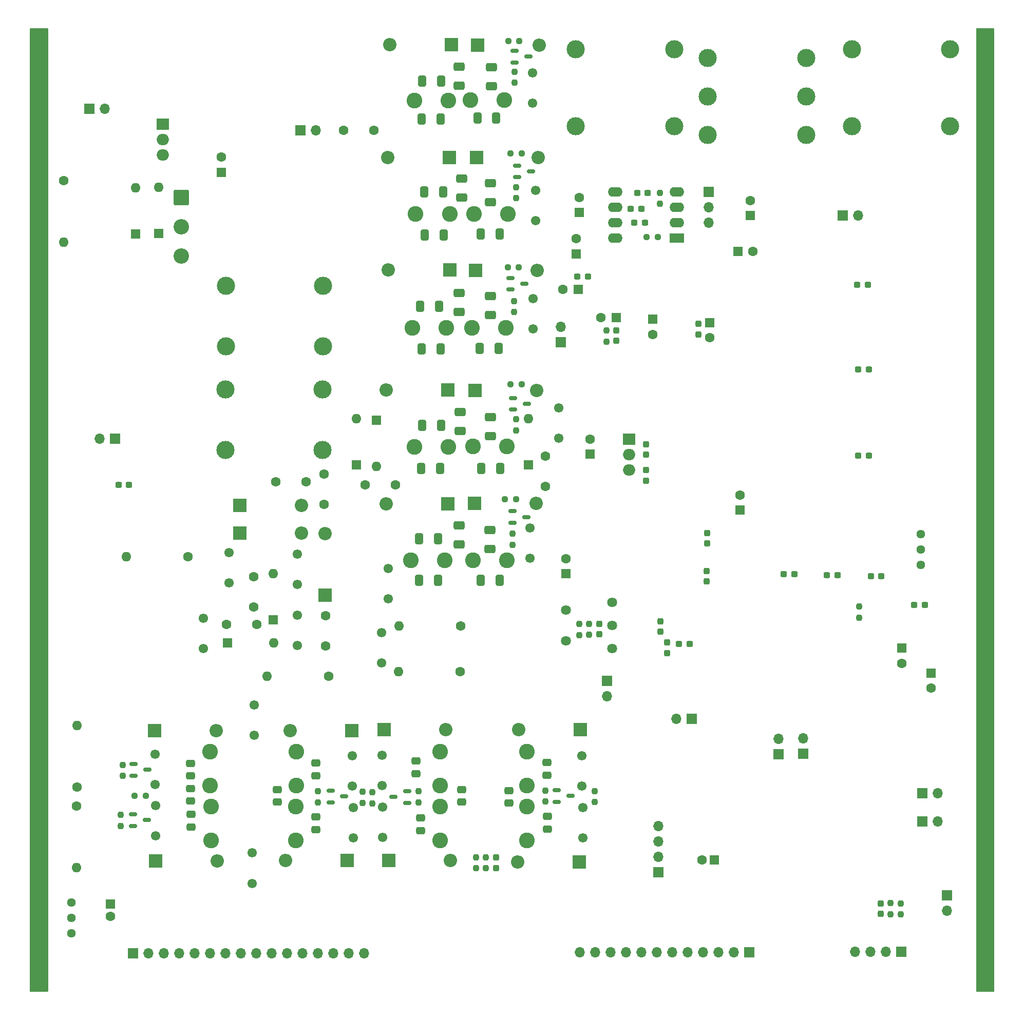
<source format=gbs>
G04 #@! TF.GenerationSoftware,KiCad,Pcbnew,7.0.10*
G04 #@! TF.CreationDate,2025-01-18T09:55:55-08:00*
G04 #@! TF.ProjectId,fieldRadio_1.1,6669656c-6452-4616-9469-6f5f312e312e,rev?*
G04 #@! TF.SameCoordinates,Original*
G04 #@! TF.FileFunction,Soldermask,Bot*
G04 #@! TF.FilePolarity,Negative*
%FSLAX46Y46*%
G04 Gerber Fmt 4.6, Leading zero omitted, Abs format (unit mm)*
G04 Created by KiCad (PCBNEW 7.0.10) date 2025-01-18 09:55:55*
%MOMM*%
%LPD*%
G01*
G04 APERTURE LIST*
G04 Aperture macros list*
%AMRoundRect*
0 Rectangle with rounded corners*
0 $1 Rounding radius*
0 $2 $3 $4 $5 $6 $7 $8 $9 X,Y pos of 4 corners*
0 Add a 4 corners polygon primitive as box body*
4,1,4,$2,$3,$4,$5,$6,$7,$8,$9,$2,$3,0*
0 Add four circle primitives for the rounded corners*
1,1,$1+$1,$2,$3*
1,1,$1+$1,$4,$5*
1,1,$1+$1,$6,$7*
1,1,$1+$1,$8,$9*
0 Add four rect primitives between the rounded corners*
20,1,$1+$1,$2,$3,$4,$5,0*
20,1,$1+$1,$4,$5,$6,$7,0*
20,1,$1+$1,$6,$7,$8,$9,0*
20,1,$1+$1,$8,$9,$2,$3,0*%
G04 Aperture macros list end*
%ADD10R,2.200000X2.200000*%
%ADD11O,2.200000X2.200000*%
%ADD12C,1.600000*%
%ADD13C,1.550000*%
%ADD14R,2.000000X1.905000*%
%ADD15O,2.000000X1.905000*%
%ADD16R,1.600000X1.600000*%
%ADD17C,2.600000*%
%ADD18R,1.700000X1.700000*%
%ADD19O,1.700000X1.700000*%
%ADD20C,3.000000*%
%ADD21O,1.600000X1.600000*%
%ADD22C,1.440000*%
%ADD23R,2.400000X1.600000*%
%ADD24O,2.400000X1.600000*%
%ADD25RoundRect,0.249999X-1.025001X1.025001X-1.025001X-1.025001X1.025001X-1.025001X1.025001X1.025001X0*%
%ADD26C,2.550000*%
%ADD27C,1.627000*%
%ADD28RoundRect,0.250000X0.650000X-0.412500X0.650000X0.412500X-0.650000X0.412500X-0.650000X-0.412500X0*%
%ADD29RoundRect,0.237500X0.237500X-0.250000X0.237500X0.250000X-0.237500X0.250000X-0.237500X-0.250000X0*%
%ADD30RoundRect,0.250000X-0.412500X-0.650000X0.412500X-0.650000X0.412500X0.650000X-0.412500X0.650000X0*%
%ADD31RoundRect,0.237500X-0.300000X-0.237500X0.300000X-0.237500X0.300000X0.237500X-0.300000X0.237500X0*%
%ADD32RoundRect,0.250000X0.475000X-0.337500X0.475000X0.337500X-0.475000X0.337500X-0.475000X-0.337500X0*%
%ADD33RoundRect,0.237500X0.300000X0.237500X-0.300000X0.237500X-0.300000X-0.237500X0.300000X-0.237500X0*%
%ADD34RoundRect,0.237500X0.250000X0.237500X-0.250000X0.237500X-0.250000X-0.237500X0.250000X-0.237500X0*%
%ADD35RoundRect,0.237500X-0.237500X0.250000X-0.237500X-0.250000X0.237500X-0.250000X0.237500X0.250000X0*%
%ADD36RoundRect,0.237500X0.237500X-0.300000X0.237500X0.300000X-0.237500X0.300000X-0.237500X-0.300000X0*%
%ADD37RoundRect,0.150000X-0.512500X-0.150000X0.512500X-0.150000X0.512500X0.150000X-0.512500X0.150000X0*%
%ADD38RoundRect,0.237500X-0.237500X0.300000X-0.237500X-0.300000X0.237500X-0.300000X0.237500X0.300000X0*%
%ADD39RoundRect,0.150000X0.512500X0.150000X-0.512500X0.150000X-0.512500X-0.150000X0.512500X-0.150000X0*%
G04 APERTURE END LIST*
D10*
X162830000Y-209557635D03*
D11*
X152670000Y-209557635D03*
D12*
X104640000Y-170420000D03*
X109640000Y-170420000D03*
D13*
X92875000Y-196807635D03*
X92875000Y-191807635D03*
X125575000Y-200600000D03*
X125575000Y-205600000D03*
D14*
X94185000Y-87870000D03*
D15*
X94185000Y-90410000D03*
X94185000Y-92950000D03*
D16*
X185065112Y-209240000D03*
D12*
X183065112Y-209240000D03*
D16*
X220820000Y-178404888D03*
D12*
X220820000Y-180904888D03*
D16*
X168902380Y-119780000D03*
D12*
X166402380Y-119780000D03*
D10*
X124555000Y-209357635D03*
D11*
X114395000Y-209357635D03*
D17*
X139850000Y-196982635D03*
X139850000Y-191382635D03*
D18*
X223480000Y-215055000D03*
D19*
X223480000Y-217595000D03*
D12*
X112770000Y-146890000D03*
X117770000Y-146890000D03*
D18*
X86295000Y-139760000D03*
D19*
X83755000Y-139760000D03*
D13*
X125425000Y-197057635D03*
X125425000Y-192057635D03*
D12*
X123940000Y-88890000D03*
X128940000Y-88890000D03*
D17*
X154225000Y-200432635D03*
X154225000Y-206032635D03*
D20*
X162250000Y-75475000D03*
X178480000Y-75475000D03*
X162250000Y-88175000D03*
X178480000Y-88175000D03*
X120545000Y-114510000D03*
X104545000Y-114510000D03*
X120545000Y-124510000D03*
X104545000Y-124510000D03*
D17*
X139850000Y-200432635D03*
X139850000Y-206032635D03*
D18*
X195690000Y-191790000D03*
D19*
X195690000Y-189250000D03*
D13*
X163450000Y-200632635D03*
X163450000Y-205632635D03*
X116390000Y-173880000D03*
X116390000Y-168880000D03*
D12*
X127520000Y-147375000D03*
X132520000Y-147375000D03*
D16*
X191050000Y-102942379D03*
D12*
X191050000Y-100442379D03*
D16*
X188967621Y-108840000D03*
D12*
X191467621Y-108840000D03*
D17*
X135050000Y-159770000D03*
X140650000Y-159770000D03*
D12*
X157220000Y-142625000D03*
X157220000Y-147625000D03*
D17*
X101975000Y-197007635D03*
X101975000Y-191407635D03*
D10*
X145890000Y-93325000D03*
D11*
X156050000Y-93325000D03*
D13*
X130270000Y-176775000D03*
X130270000Y-171775000D03*
D18*
X89270000Y-224670000D03*
D19*
X91810000Y-224670000D03*
X94350000Y-224670000D03*
X96890000Y-224670000D03*
X99430000Y-224670000D03*
X101970000Y-224670000D03*
X104510000Y-224670000D03*
X107050000Y-224670000D03*
X109590000Y-224670000D03*
X112130000Y-224670000D03*
X114670000Y-224670000D03*
X117210000Y-224670000D03*
X119750000Y-224670000D03*
X122290000Y-224670000D03*
X124830000Y-224670000D03*
X127370000Y-224670000D03*
D17*
X102125000Y-200407635D03*
X102125000Y-206007635D03*
D18*
X206235000Y-102930000D03*
D19*
X208775000Y-102930000D03*
D10*
X141200000Y-131675000D03*
D11*
X131040000Y-131675000D03*
D17*
X135310000Y-121420000D03*
X140910000Y-121420000D03*
D16*
X103780000Y-95771395D03*
D12*
X103780000Y-93271395D03*
D16*
X154420000Y-144025000D03*
D21*
X154420000Y-136405000D03*
D20*
X207755000Y-75465000D03*
X223985000Y-75465000D03*
X207755000Y-88165000D03*
X223985000Y-88165000D03*
D16*
X162320000Y-109260000D03*
D12*
X162320000Y-106760000D03*
D17*
X144890000Y-83840000D03*
X150490000Y-83840000D03*
D13*
X100830000Y-174400000D03*
X100830000Y-169400000D03*
X155180000Y-121640000D03*
X155180000Y-116640000D03*
D10*
X141770000Y-74725000D03*
D11*
X131610000Y-74725000D03*
D17*
X145440000Y-102640000D03*
X151040000Y-102640000D03*
D16*
X104860000Y-173450000D03*
D21*
X112480000Y-173450000D03*
D13*
X155640000Y-103740000D03*
X155640000Y-98740000D03*
X130300000Y-197007635D03*
X130300000Y-192007635D03*
D14*
X171050000Y-139870000D03*
D15*
X171050000Y-142410000D03*
X171050000Y-144950000D03*
D22*
X79070000Y-216270000D03*
X79070000Y-218810000D03*
X79070000Y-221350000D03*
D10*
X162980000Y-187732635D03*
D11*
X152820000Y-187732635D03*
D17*
X154200000Y-196982635D03*
X154200000Y-191382635D03*
X145270000Y-159820000D03*
X150870000Y-159820000D03*
D18*
X181395000Y-185960000D03*
D19*
X178855000Y-185960000D03*
D23*
X178920000Y-106680000D03*
D24*
X178920000Y-104140000D03*
X178920000Y-101600000D03*
X178920000Y-99060000D03*
X168760000Y-99060000D03*
X168760000Y-101600000D03*
X168760000Y-104140000D03*
X168760000Y-106680000D03*
D10*
X92845000Y-187957635D03*
D11*
X103005000Y-187957635D03*
D25*
X97250000Y-99975000D03*
D26*
X97250000Y-104775000D03*
X97250000Y-109575000D03*
D17*
X145290000Y-141040000D03*
X150890000Y-141040000D03*
D16*
X189340000Y-151550000D03*
D12*
X189340000Y-149050000D03*
D17*
X135620000Y-83920000D03*
X141220000Y-83920000D03*
D12*
X121050000Y-168930000D03*
X121050000Y-173930000D03*
D16*
X89690000Y-105920000D03*
D21*
X89690000Y-98300000D03*
D10*
X131445000Y-209357635D03*
D11*
X141605000Y-209357635D03*
D16*
X162830000Y-102410000D03*
D12*
X162830000Y-99910000D03*
D13*
X131370000Y-166175000D03*
X131370000Y-161175000D03*
D10*
X106850000Y-155360000D03*
D11*
X117010000Y-155360000D03*
D10*
X141500000Y-111925000D03*
D11*
X131340000Y-111925000D03*
D13*
X108900000Y-213107635D03*
X108900000Y-208107635D03*
X116380000Y-158812365D03*
X116380000Y-163812365D03*
D16*
X85500000Y-216544887D03*
D12*
X85500000Y-218544887D03*
D10*
X141450000Y-93325000D03*
D11*
X131290000Y-93325000D03*
D16*
X129400000Y-136720000D03*
D21*
X129400000Y-144340000D03*
D18*
X167440000Y-179670000D03*
D19*
X167440000Y-182210000D03*
D18*
X215920000Y-224390000D03*
D19*
X213380000Y-224390000D03*
X210840000Y-224390000D03*
X208300000Y-224390000D03*
D10*
X146070000Y-74775000D03*
D11*
X156230000Y-74775000D03*
D13*
X130400000Y-200500000D03*
X130400000Y-205500000D03*
D16*
X215995000Y-174297387D03*
D12*
X215995000Y-176797387D03*
D18*
X190895000Y-224470000D03*
D19*
X188355000Y-224470000D03*
X185815000Y-224470000D03*
X183275000Y-224470000D03*
X180735000Y-224470000D03*
X178195000Y-224470000D03*
X175655000Y-224470000D03*
X173115000Y-224470000D03*
X170575000Y-224470000D03*
X168035000Y-224470000D03*
X165495000Y-224470000D03*
X162955000Y-224470000D03*
D18*
X184180000Y-98980000D03*
D19*
X184180000Y-101520000D03*
X184180000Y-104060000D03*
D12*
X121550000Y-178960000D03*
D21*
X111390000Y-178960000D03*
D16*
X164595000Y-142310000D03*
D12*
X164595000Y-139810000D03*
D10*
X145560000Y-150425000D03*
D11*
X155720000Y-150425000D03*
D18*
X175850000Y-211320000D03*
D19*
X175850000Y-208780000D03*
X175850000Y-206240000D03*
X175850000Y-203700000D03*
D13*
X109200000Y-183657635D03*
X109200000Y-188657635D03*
X105130000Y-163550000D03*
X105130000Y-158550000D03*
D17*
X145160000Y-121425000D03*
X150760000Y-121425000D03*
D16*
X174960000Y-120057620D03*
D12*
X174960000Y-122557620D03*
D17*
X135630000Y-141140000D03*
X141230000Y-141140000D03*
D18*
X159790000Y-123785000D03*
D19*
X159790000Y-121245000D03*
D10*
X125325000Y-187957635D03*
D11*
X115165000Y-187957635D03*
D12*
X77870000Y-97190000D03*
D21*
X77870000Y-107350000D03*
D17*
X135860000Y-102640000D03*
X141460000Y-102640000D03*
D22*
X219150000Y-160607500D03*
X219150000Y-158067500D03*
X219150000Y-155527500D03*
D13*
X159430000Y-139660000D03*
X159430000Y-134660000D03*
D10*
X92945000Y-209457635D03*
D11*
X103105000Y-209457635D03*
D18*
X82040000Y-85320000D03*
D19*
X84580000Y-85320000D03*
D17*
X116175000Y-197007635D03*
X116175000Y-191407635D03*
D12*
X120720000Y-145590000D03*
X120720000Y-150590000D03*
D16*
X160640000Y-162032380D03*
D12*
X160640000Y-159532380D03*
D10*
X145720000Y-111975000D03*
D11*
X155880000Y-111975000D03*
D10*
X130645000Y-187757635D03*
D11*
X140805000Y-187757635D03*
D10*
X120930000Y-165570000D03*
D11*
X120930000Y-155410000D03*
D18*
X199790000Y-191720000D03*
D19*
X199790000Y-189180000D03*
D16*
X162630000Y-115080000D03*
D12*
X160130000Y-115080000D03*
D13*
X93000000Y-200275000D03*
X93000000Y-205275000D03*
D12*
X80020000Y-197210000D03*
D21*
X80020000Y-187050000D03*
D12*
X109180000Y-167530000D03*
X109180000Y-162530000D03*
X98330000Y-159220000D03*
D21*
X88170000Y-159220000D03*
D10*
X145640000Y-131775000D03*
D11*
X155800000Y-131775000D03*
D20*
X184015000Y-83255000D03*
X200245000Y-83255000D03*
X184015000Y-76905000D03*
X200245000Y-76905000D03*
X184015000Y-89605000D03*
X200245000Y-89605000D03*
D13*
X154740000Y-159475000D03*
X154740000Y-154475000D03*
D18*
X219425000Y-198240000D03*
D19*
X221965000Y-198240000D03*
D12*
X143210000Y-178180000D03*
D21*
X133050000Y-178180000D03*
D16*
X126100000Y-144050000D03*
D21*
X126100000Y-136430000D03*
D12*
X143240000Y-170630000D03*
D21*
X133080000Y-170630000D03*
D20*
X120470000Y-131610000D03*
X104470000Y-131610000D03*
X120470000Y-141610000D03*
X104470000Y-141610000D03*
D12*
X79950000Y-200380000D03*
D21*
X79950000Y-210540000D03*
D27*
X160610000Y-168000000D03*
X160610000Y-173080000D03*
X168230000Y-166730000D03*
X168230000Y-170540000D03*
X168230000Y-174350000D03*
D16*
X93520000Y-105850000D03*
D21*
X93520000Y-98230000D03*
D17*
X116125000Y-200457635D03*
X116125000Y-206057635D03*
D13*
X155170000Y-84375000D03*
X155170000Y-79375000D03*
D16*
X112350000Y-169660000D03*
D21*
X112350000Y-162040000D03*
D13*
X163250000Y-197057635D03*
X163250000Y-192057635D03*
D10*
X141120000Y-150475000D03*
D11*
X130960000Y-150475000D03*
D18*
X219425000Y-202900000D03*
D19*
X221965000Y-202900000D03*
D18*
X116865000Y-88830000D03*
D19*
X119405000Y-88830000D03*
D10*
X106840000Y-150750000D03*
D11*
X117000000Y-150750000D03*
D16*
X184380000Y-120600000D03*
D12*
X184380000Y-123100000D03*
D28*
X143000000Y-157182500D03*
X143000000Y-154057500D03*
D29*
X152400000Y-138372500D03*
X152400000Y-136547500D03*
D30*
X146597500Y-163100000D03*
X149722500Y-163100000D03*
D31*
X218057500Y-167137442D03*
X219782500Y-167137442D03*
D32*
X157550000Y-204145135D03*
X157550000Y-202070135D03*
D33*
X174132500Y-99180000D03*
X172407500Y-99180000D03*
D31*
X208822500Y-128320000D03*
X210547500Y-128320000D03*
D34*
X153332500Y-92710000D03*
X151507500Y-92710000D03*
D29*
X214125000Y-218227500D03*
X214125000Y-216402500D03*
D35*
X176120000Y-99167500D03*
X176120000Y-100992500D03*
D32*
X119425000Y-195345135D03*
X119425000Y-193270135D03*
D30*
X137247500Y-99000000D03*
X140372500Y-99000000D03*
D36*
X173870000Y-142372500D03*
X173870000Y-140647500D03*
D29*
X165350000Y-199695135D03*
X165350000Y-197870135D03*
X147415000Y-210647500D03*
X147415000Y-208822500D03*
X208970000Y-169265000D03*
X208970000Y-167440000D03*
D36*
X176190000Y-171592500D03*
X176190000Y-169867500D03*
D37*
X151952500Y-134950000D03*
X151952500Y-133050000D03*
X154227500Y-134000000D03*
D30*
X136407500Y-163110000D03*
X139532500Y-163110000D03*
D29*
X152420000Y-100062500D03*
X152420000Y-98237500D03*
X152140000Y-81002500D03*
X152140000Y-79177500D03*
D34*
X152932500Y-74125000D03*
X151107500Y-74125000D03*
D36*
X183890000Y-157022500D03*
X183890000Y-155297500D03*
D29*
X164445000Y-172092500D03*
X164445000Y-170267500D03*
D30*
X136917500Y-80750000D03*
X140042500Y-80750000D03*
D28*
X148070000Y-157932500D03*
X148070000Y-154807500D03*
D33*
X181002500Y-173610000D03*
X179277500Y-173610000D03*
D32*
X98775000Y-195395135D03*
X98775000Y-193320135D03*
D36*
X182480000Y-122542500D03*
X182480000Y-120817500D03*
X183850000Y-163292500D03*
X183850000Y-161567500D03*
X166145000Y-172017500D03*
X166145000Y-170292500D03*
D30*
X136557500Y-117940000D03*
X139682500Y-117940000D03*
D32*
X143425000Y-199695135D03*
X143425000Y-197620135D03*
D30*
X136747500Y-144620000D03*
X139872500Y-144620000D03*
D29*
X215800000Y-218252500D03*
X215800000Y-216427500D03*
D34*
X91337500Y-198632635D03*
X89512500Y-198632635D03*
D28*
X148370000Y-81542500D03*
X148370000Y-78417500D03*
D32*
X136700000Y-204395135D03*
X136700000Y-202320135D03*
D33*
X173632500Y-104130000D03*
X171907500Y-104130000D03*
D30*
X146027500Y-86840000D03*
X149152500Y-86840000D03*
D37*
X89362500Y-195332635D03*
X89362500Y-193432635D03*
X91637500Y-194382635D03*
D31*
X210932500Y-162402500D03*
X212657500Y-162402500D03*
D34*
X152402500Y-149775000D03*
X150577500Y-149775000D03*
D30*
X136967500Y-137510000D03*
X140092500Y-137510000D03*
D32*
X157475000Y-195245135D03*
X157475000Y-193170135D03*
D36*
X168930000Y-123592500D03*
X168930000Y-121867500D03*
D31*
X86887500Y-147385000D03*
X88612500Y-147385000D03*
D32*
X113075000Y-199695135D03*
X113075000Y-197620135D03*
D28*
X143230000Y-138432500D03*
X143230000Y-135307500D03*
D34*
X175757500Y-106430000D03*
X173932500Y-106430000D03*
D31*
X196557500Y-162127500D03*
X198282500Y-162127500D03*
D30*
X136827500Y-86960000D03*
X139952500Y-86960000D03*
D37*
X152192500Y-77650000D03*
X152192500Y-75750000D03*
X154467500Y-76700000D03*
D38*
X212510000Y-216447500D03*
X212510000Y-218172500D03*
D30*
X146387500Y-124820000D03*
X149512500Y-124820000D03*
D32*
X151200000Y-199895135D03*
X151200000Y-197820135D03*
D35*
X87575000Y-193570135D03*
X87575000Y-195395135D03*
X162820000Y-170317500D03*
X162820000Y-172142500D03*
D28*
X148170000Y-100687500D03*
X148170000Y-97562500D03*
D33*
X164242500Y-113030000D03*
X162517500Y-113030000D03*
D30*
X136857500Y-124930000D03*
X139982500Y-124930000D03*
D37*
X89262500Y-203632635D03*
X89262500Y-201732635D03*
X91537500Y-202682635D03*
D30*
X146607500Y-105990000D03*
X149732500Y-105990000D03*
D35*
X157250000Y-197820135D03*
X157250000Y-199645135D03*
X87225000Y-201820135D03*
X87225000Y-203645135D03*
D29*
X136350000Y-199745135D03*
X136350000Y-197920135D03*
D37*
X159137500Y-199657635D03*
X159137500Y-197757635D03*
X161412500Y-198707635D03*
D28*
X143060000Y-81512500D03*
X143060000Y-78387500D03*
D29*
X151800000Y-157252500D03*
X151800000Y-155427500D03*
D35*
X119775000Y-197920135D03*
X119775000Y-199745135D03*
D39*
X134437500Y-197932635D03*
X134437500Y-199832635D03*
X132162500Y-198882635D03*
D32*
X98775000Y-199545135D03*
X98775000Y-197470135D03*
D31*
X208822500Y-142520000D03*
X210547500Y-142520000D03*
D32*
X98825000Y-203795135D03*
X98825000Y-201720135D03*
D35*
X145790000Y-208797500D03*
X145790000Y-210622500D03*
D37*
X151832500Y-153610000D03*
X151832500Y-151710000D03*
X154107500Y-152660000D03*
D28*
X148200000Y-119302500D03*
X148200000Y-116177500D03*
D32*
X135925000Y-194995135D03*
X135925000Y-192920135D03*
D29*
X128675000Y-199920135D03*
X128675000Y-198095135D03*
D37*
X151462500Y-115140000D03*
X151462500Y-113240000D03*
X153737500Y-114190000D03*
X121812500Y-199732635D03*
X121812500Y-197832635D03*
X124087500Y-198782635D03*
D30*
X136407500Y-156220000D03*
X139532500Y-156220000D03*
D38*
X177320000Y-173397500D03*
X177320000Y-175122500D03*
D32*
X119375000Y-204245135D03*
X119375000Y-202170135D03*
D29*
X127100000Y-199845135D03*
X127100000Y-198020135D03*
D28*
X148220000Y-139337500D03*
X148220000Y-136212500D03*
D31*
X208672500Y-114320000D03*
X210397500Y-114320000D03*
X171317500Y-101810000D03*
X173042500Y-101810000D03*
D28*
X143000000Y-118792500D03*
X143000000Y-115667500D03*
D34*
X153312500Y-130730000D03*
X151487500Y-130730000D03*
D37*
X152602500Y-96600000D03*
X152602500Y-94700000D03*
X154877500Y-95650000D03*
D38*
X173870000Y-144922500D03*
X173870000Y-146647500D03*
D35*
X167330000Y-121877500D03*
X167330000Y-123702500D03*
D29*
X152060000Y-118852500D03*
X152060000Y-117027500D03*
D30*
X146647500Y-144630000D03*
X149772500Y-144630000D03*
D31*
X203657500Y-162277500D03*
X205382500Y-162277500D03*
D30*
X137327500Y-106110000D03*
X140452500Y-106110000D03*
D34*
X152872500Y-111440000D03*
X151047500Y-111440000D03*
D38*
X149090000Y-208847500D03*
X149090000Y-210572500D03*
D28*
X143420000Y-99982500D03*
X143420000Y-96857500D03*
G36*
X231193039Y-72019685D02*
G01*
X231238794Y-72072489D01*
X231250000Y-72124000D01*
X231250000Y-230866412D01*
X231230315Y-230933451D01*
X231177511Y-230979206D01*
X231126413Y-230990411D01*
X228374413Y-230999585D01*
X228307309Y-230980124D01*
X228261378Y-230927473D01*
X228250000Y-230875586D01*
X228250000Y-72124000D01*
X228269685Y-72056961D01*
X228322489Y-72011206D01*
X228374000Y-72000000D01*
X231126000Y-72000000D01*
X231193039Y-72019685D01*
G37*
G36*
X75193039Y-72019685D02*
G01*
X75238794Y-72072489D01*
X75250000Y-72124000D01*
X75250000Y-230876000D01*
X75230315Y-230943039D01*
X75177511Y-230988794D01*
X75126000Y-231000000D01*
X72374000Y-231000000D01*
X72306961Y-230980315D01*
X72261206Y-230927511D01*
X72250000Y-230876000D01*
X72250000Y-72124000D01*
X72269685Y-72056961D01*
X72322489Y-72011206D01*
X72374000Y-72000000D01*
X75126000Y-72000000D01*
X75193039Y-72019685D01*
G37*
M02*

</source>
